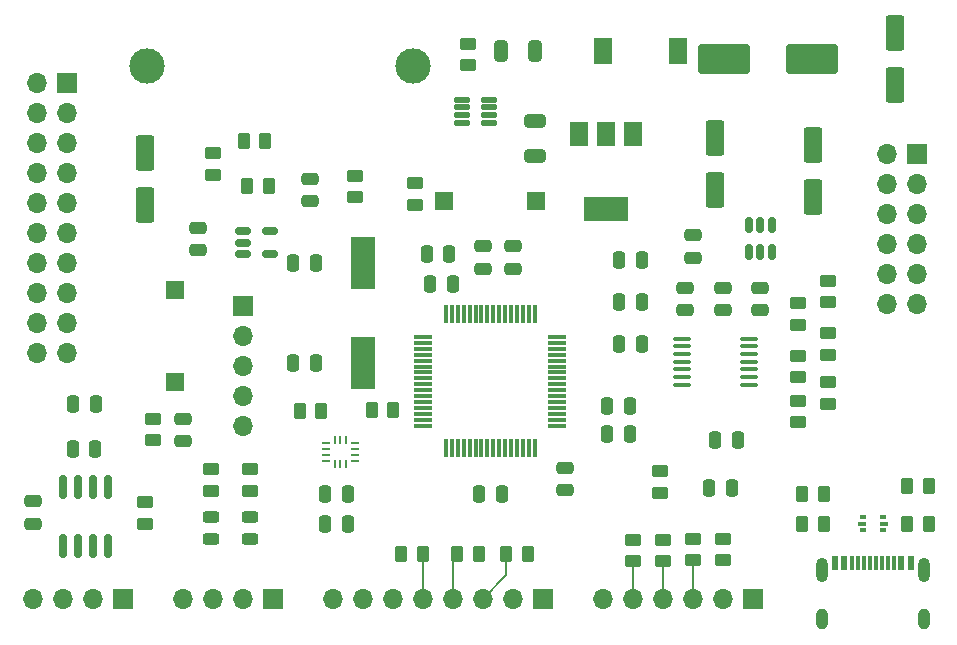
<source format=gbr>
%TF.GenerationSoftware,KiCad,Pcbnew,7.0.5*%
%TF.CreationDate,2023-06-26T01:29:26+02:00*%
%TF.ProjectId,GigaVesc,47696761-5665-4736-932e-6b696361645f,rev?*%
%TF.SameCoordinates,Original*%
%TF.FileFunction,Copper,L1,Top*%
%TF.FilePolarity,Positive*%
%FSLAX46Y46*%
G04 Gerber Fmt 4.6, Leading zero omitted, Abs format (unit mm)*
G04 Created by KiCad (PCBNEW 7.0.5) date 2023-06-26 01:29:26*
%MOMM*%
%LPD*%
G01*
G04 APERTURE LIST*
G04 Aperture macros list*
%AMRoundRect*
0 Rectangle with rounded corners*
0 $1 Rounding radius*
0 $2 $3 $4 $5 $6 $7 $8 $9 X,Y pos of 4 corners*
0 Add a 4 corners polygon primitive as box body*
4,1,4,$2,$3,$4,$5,$6,$7,$8,$9,$2,$3,0*
0 Add four circle primitives for the rounded corners*
1,1,$1+$1,$2,$3*
1,1,$1+$1,$4,$5*
1,1,$1+$1,$6,$7*
1,1,$1+$1,$8,$9*
0 Add four rect primitives between the rounded corners*
20,1,$1+$1,$2,$3,$4,$5,0*
20,1,$1+$1,$4,$5,$6,$7,0*
20,1,$1+$1,$6,$7,$8,$9,0*
20,1,$1+$1,$8,$9,$2,$3,0*%
G04 Aperture macros list end*
%TA.AperFunction,SMDPad,CuDef*%
%ADD10RoundRect,0.250000X0.262500X0.450000X-0.262500X0.450000X-0.262500X-0.450000X0.262500X-0.450000X0*%
%TD*%
%TA.AperFunction,SMDPad,CuDef*%
%ADD11RoundRect,0.250000X-0.450000X0.262500X-0.450000X-0.262500X0.450000X-0.262500X0.450000X0.262500X0*%
%TD*%
%TA.AperFunction,SMDPad,CuDef*%
%ADD12RoundRect,0.150000X-0.150000X0.825000X-0.150000X-0.825000X0.150000X-0.825000X0.150000X0.825000X0*%
%TD*%
%TA.AperFunction,SMDPad,CuDef*%
%ADD13RoundRect,0.150000X0.150000X-0.512500X0.150000X0.512500X-0.150000X0.512500X-0.150000X-0.512500X0*%
%TD*%
%TA.AperFunction,SMDPad,CuDef*%
%ADD14RoundRect,0.250000X0.250000X0.475000X-0.250000X0.475000X-0.250000X-0.475000X0.250000X-0.475000X0*%
%TD*%
%TA.AperFunction,SMDPad,CuDef*%
%ADD15RoundRect,0.250000X-0.250000X-0.475000X0.250000X-0.475000X0.250000X0.475000X-0.250000X0.475000X0*%
%TD*%
%TA.AperFunction,SMDPad,CuDef*%
%ADD16RoundRect,0.250000X-0.475000X0.250000X-0.475000X-0.250000X0.475000X-0.250000X0.475000X0.250000X0*%
%TD*%
%TA.AperFunction,ComponentPad*%
%ADD17R,1.700000X1.700000*%
%TD*%
%TA.AperFunction,ComponentPad*%
%ADD18O,1.700000X1.700000*%
%TD*%
%TA.AperFunction,SMDPad,CuDef*%
%ADD19RoundRect,0.125000X0.537500X0.125000X-0.537500X0.125000X-0.537500X-0.125000X0.537500X-0.125000X0*%
%TD*%
%TA.AperFunction,SMDPad,CuDef*%
%ADD20RoundRect,0.243750X-0.456250X0.243750X-0.456250X-0.243750X0.456250X-0.243750X0.456250X0.243750X0*%
%TD*%
%TA.AperFunction,SMDPad,CuDef*%
%ADD21RoundRect,0.250000X0.550000X-1.250000X0.550000X1.250000X-0.550000X1.250000X-0.550000X-1.250000X0*%
%TD*%
%TA.AperFunction,SMDPad,CuDef*%
%ADD22R,1.500000X2.200000*%
%TD*%
%TA.AperFunction,SMDPad,CuDef*%
%ADD23RoundRect,0.250000X-0.650000X0.325000X-0.650000X-0.325000X0.650000X-0.325000X0.650000X0.325000X0*%
%TD*%
%TA.AperFunction,SMDPad,CuDef*%
%ADD24RoundRect,0.100000X0.637500X0.100000X-0.637500X0.100000X-0.637500X-0.100000X0.637500X-0.100000X0*%
%TD*%
%TA.AperFunction,SMDPad,CuDef*%
%ADD25R,1.500000X2.000000*%
%TD*%
%TA.AperFunction,SMDPad,CuDef*%
%ADD26R,3.800000X2.000000*%
%TD*%
%TA.AperFunction,ComponentPad*%
%ADD27C,3.000000*%
%TD*%
%TA.AperFunction,SMDPad,CuDef*%
%ADD28R,0.675000X0.250000*%
%TD*%
%TA.AperFunction,SMDPad,CuDef*%
%ADD29R,0.250000X0.675000*%
%TD*%
%TA.AperFunction,SMDPad,CuDef*%
%ADD30RoundRect,0.250000X0.475000X-0.250000X0.475000X0.250000X-0.475000X0.250000X-0.475000X-0.250000X0*%
%TD*%
%TA.AperFunction,SMDPad,CuDef*%
%ADD31RoundRect,0.250000X0.450000X-0.262500X0.450000X0.262500X-0.450000X0.262500X-0.450000X-0.262500X0*%
%TD*%
%TA.AperFunction,SMDPad,CuDef*%
%ADD32RoundRect,0.250000X-0.262500X-0.450000X0.262500X-0.450000X0.262500X0.450000X-0.262500X0.450000X0*%
%TD*%
%TA.AperFunction,SMDPad,CuDef*%
%ADD33RoundRect,0.250000X-0.325000X-0.650000X0.325000X-0.650000X0.325000X0.650000X-0.325000X0.650000X0*%
%TD*%
%TA.AperFunction,SMDPad,CuDef*%
%ADD34R,1.500000X1.500000*%
%TD*%
%TA.AperFunction,SMDPad,CuDef*%
%ADD35RoundRect,0.150000X-0.512500X-0.150000X0.512500X-0.150000X0.512500X0.150000X-0.512500X0.150000X0*%
%TD*%
%TA.AperFunction,SMDPad,CuDef*%
%ADD36R,0.600000X1.150000*%
%TD*%
%TA.AperFunction,SMDPad,CuDef*%
%ADD37R,0.300000X1.150000*%
%TD*%
%TA.AperFunction,ComponentPad*%
%ADD38O,1.000000X2.100000*%
%TD*%
%TA.AperFunction,ComponentPad*%
%ADD39O,1.000000X1.800000*%
%TD*%
%TA.AperFunction,SMDPad,CuDef*%
%ADD40RoundRect,0.075000X-0.700000X-0.075000X0.700000X-0.075000X0.700000X0.075000X-0.700000X0.075000X0*%
%TD*%
%TA.AperFunction,SMDPad,CuDef*%
%ADD41RoundRect,0.075000X-0.075000X-0.700000X0.075000X-0.700000X0.075000X0.700000X-0.075000X0.700000X0*%
%TD*%
%TA.AperFunction,SMDPad,CuDef*%
%ADD42RoundRect,0.250000X-1.950000X-1.000000X1.950000X-1.000000X1.950000X1.000000X-1.950000X1.000000X0*%
%TD*%
%TA.AperFunction,SMDPad,CuDef*%
%ADD43R,0.500000X0.375000*%
%TD*%
%TA.AperFunction,SMDPad,CuDef*%
%ADD44R,0.650000X0.300000*%
%TD*%
%TA.AperFunction,SMDPad,CuDef*%
%ADD45R,2.000000X4.500000*%
%TD*%
%TA.AperFunction,Conductor*%
%ADD46C,0.200000*%
%TD*%
G04 APERTURE END LIST*
D10*
%TO.P,R22,1*%
%TO.N,GND*%
X193952500Y-111125000D03*
%TO.P,R22,2*%
%TO.N,Net-(J9-CC1)*%
X192127500Y-111125000D03*
%TD*%
D11*
%TO.P,R21,1*%
%TO.N,Net-(J8-Pin_2)*%
X127635000Y-112475000D03*
%TO.P,R21,2*%
%TO.N,Net-(J8-Pin_3)*%
X127635000Y-114300000D03*
%TD*%
D12*
%TO.P,U6,1,TXD*%
%TO.N,CANTx*%
X124460000Y-111190000D03*
%TO.P,U6,2,GND*%
%TO.N,GND*%
X123190000Y-111190000D03*
%TO.P,U6,3,VCC*%
%TO.N,+5V*%
X121920000Y-111190000D03*
%TO.P,U6,4,RXD*%
%TO.N,CANRx*%
X120650000Y-111190000D03*
%TO.P,U6,5,VIO*%
%TO.N,+3.3V*%
X120650000Y-116140000D03*
%TO.P,U6,6,CANL*%
%TO.N,Net-(J8-Pin_2)*%
X121920000Y-116140000D03*
%TO.P,U6,7,CANH*%
%TO.N,Net-(J8-Pin_3)*%
X123190000Y-116140000D03*
%TO.P,U6,8,S*%
%TO.N,GND*%
X124460000Y-116140000D03*
%TD*%
D10*
%TO.P,R28,1*%
%TO.N,Net-(U10-FB)*%
X137795000Y-81915000D03*
%TO.P,R28,2*%
%TO.N,Net-(R28-Pad2)*%
X135970000Y-81915000D03*
%TD*%
D13*
%TO.P,U5,1,NO*%
%TO.N,+5V*%
X178755000Y-91307500D03*
%TO.P,U5,2,GND*%
%TO.N,GND*%
X179705000Y-91307500D03*
%TO.P,U5,3,NC*%
%TO.N,+3.3V*%
X180655000Y-91307500D03*
%TO.P,U5,4,COM*%
%TO.N,Net-(U5-COM)*%
X180655000Y-89032500D03*
%TO.P,U5,5,V+*%
%TO.N,+5V*%
X179705000Y-89032500D03*
%TO.P,U5,6,IN*%
%TO.N,SENSOR_VOLTAGE_SELECT*%
X178755000Y-89032500D03*
%TD*%
D11*
%TO.P,R20,1*%
%TO.N,HALL3_IN*%
X168910000Y-115650000D03*
%TO.P,R20,2*%
%TO.N,Net-(J5-Pin_5)*%
X168910000Y-117475000D03*
%TD*%
D14*
%TO.P,C2,1*%
%TO.N,Net-(U1-PH0)*%
X142047000Y-92202000D03*
%TO.P,C2,2*%
%TO.N,GND*%
X140147000Y-92202000D03*
%TD*%
D15*
%TO.P,C6,1*%
%TO.N,+3.3V*%
X151450000Y-91440000D03*
%TO.P,C6,2*%
%TO.N,Net-(U1-VBAT)*%
X153350000Y-91440000D03*
%TD*%
D16*
%TO.P,C1,1*%
%TO.N,NRST*%
X130810000Y-105415000D03*
%TO.P,C1,2*%
%TO.N,GND*%
X130810000Y-107315000D03*
%TD*%
D17*
%TO.P,J7,1,Pin_1*%
%TO.N,+3.3V*%
X135890000Y-95890000D03*
D18*
%TO.P,J7,2,Pin_2*%
%TO.N,NRST*%
X135890000Y-98430000D03*
%TO.P,J7,3,Pin_3*%
%TO.N,SWCLK*%
X135890000Y-100970000D03*
%TO.P,J7,4,Pin_4*%
%TO.N,SWDIO*%
X135890000Y-103510000D03*
%TO.P,J7,5,Pin_5*%
%TO.N,GND*%
X135890000Y-106050000D03*
%TD*%
D14*
%TO.P,C8,1*%
%TO.N,+3.3V*%
X168656000Y-106680000D03*
%TO.P,C8,2*%
%TO.N,Net-(U1-VBAT)*%
X166756000Y-106680000D03*
%TD*%
D19*
%TO.P,U10,1,AMM*%
%TO.N,Net-(U10-AMM)*%
X156712500Y-80350000D03*
%TO.P,U10,2,VIN*%
%TO.N,Net-(U10-VIN)*%
X156712500Y-79700000D03*
%TO.P,U10,3,SW*%
%TO.N,Net-(U10-SW)*%
X156712500Y-79050000D03*
%TO.P,U10,4,GND*%
%TO.N,GND*%
X156712500Y-78400000D03*
%TO.P,U10,5,BOOT*%
%TO.N,Net-(U10-BOOT)*%
X154437500Y-78400000D03*
%TO.P,U10,6,EN*%
%TO.N,Net-(U10-EN)*%
X154437500Y-79050000D03*
%TO.P,U10,7,VCC*%
%TO.N,Net-(U10-VCC)*%
X154437500Y-79700000D03*
%TO.P,U10,8,FB*%
%TO.N,Net-(U10-FB)*%
X154437500Y-80350000D03*
%TD*%
D20*
%TO.P,D1,1,K*%
%TO.N,Net-(D1-K)*%
X136525000Y-113695000D03*
%TO.P,D1,2,A*%
%TO.N,LED_RUN*%
X136525000Y-115570000D03*
%TD*%
D21*
%TO.P,C33,1*%
%TO.N,+3.3V*%
X184150000Y-86655000D03*
%TO.P,C33,2*%
%TO.N,GND*%
X184150000Y-82255000D03*
%TD*%
D15*
%TO.P,C7,1*%
%TO.N,Net-(U1-VCAP_2)*%
X167772000Y-99060000D03*
%TO.P,C7,2*%
%TO.N,GND*%
X169672000Y-99060000D03*
%TD*%
D16*
%TO.P,C13,1*%
%TO.N,+3.3V*%
X156210000Y-90810000D03*
%TO.P,C13,2*%
%TO.N,Net-(U1-VBAT)*%
X156210000Y-92710000D03*
%TD*%
D22*
%TO.P,L1,1,1*%
%TO.N,Net-(U10-SW)*%
X166345000Y-74295000D03*
%TO.P,L1,2,2*%
%TO.N,+5V*%
X172745000Y-74295000D03*
%TD*%
D23*
%TO.P,C35,1*%
%TO.N,Net-(U10-VCC)*%
X160655000Y-80235000D03*
%TO.P,C35,2*%
%TO.N,GND*%
X160655000Y-83185000D03*
%TD*%
D10*
%TO.P,R14,1*%
%TO.N,GND*%
X155852500Y-116840000D03*
%TO.P,R14,2*%
%TO.N,SCK_ADC_EXT*%
X154027500Y-116840000D03*
%TD*%
D24*
%TO.P,U4,1,1OEn*%
%TO.N,HALL_FILTER_ENABLE*%
X178757500Y-102534000D03*
%TO.P,U4,2,1A*%
%TO.N,HALL1*%
X178757500Y-101884000D03*
%TO.P,U4,3,1B*%
%TO.N,Net-(U4-1B)*%
X178757500Y-101234000D03*
%TO.P,U4,4,2OEn*%
%TO.N,HALL_FILTER_ENABLE*%
X178757500Y-100584000D03*
%TO.P,U4,5,2A*%
%TO.N,HALL2*%
X178757500Y-99934000D03*
%TO.P,U4,6,2B*%
%TO.N,Net-(U4-2B)*%
X178757500Y-99284000D03*
%TO.P,U4,7,GND*%
%TO.N,GND*%
X178757500Y-98634000D03*
%TO.P,U4,8,3B*%
%TO.N,Net-(U4-3B)*%
X173032500Y-98634000D03*
%TO.P,U4,9,3A*%
%TO.N,HALL3*%
X173032500Y-99284000D03*
%TO.P,U4,10,3OEn*%
%TO.N,HALL_FILTER_ENABLE*%
X173032500Y-99934000D03*
%TO.P,U4,11,4B*%
%TO.N,GND*%
X173032500Y-100584000D03*
%TO.P,U4,12,4A*%
X173032500Y-101234000D03*
%TO.P,U4,13,4OEn*%
X173032500Y-101884000D03*
%TO.P,U4,14,VCC*%
%TO.N,+3.3V*%
X173032500Y-102534000D03*
%TD*%
D25*
%TO.P,U9,1,GND*%
%TO.N,GND*%
X168924000Y-81305000D03*
%TO.P,U9,2,VO*%
%TO.N,+3.3V*%
X166624000Y-81305000D03*
D26*
X166624000Y-87605000D03*
D25*
%TO.P,U9,3,VI*%
%TO.N,+5V*%
X164324000Y-81305000D03*
%TD*%
D27*
%TO.P,F1,1*%
%TO.N,+15V*%
X127815000Y-75565000D03*
%TO.P,F1,2*%
%TO.N,Net-(U10-VIN)*%
X150315000Y-75565000D03*
%TD*%
D21*
%TO.P,C32,1*%
%TO.N,+5V*%
X191135000Y-77130000D03*
%TO.P,C32,2*%
%TO.N,GND*%
X191135000Y-72730000D03*
%TD*%
%TO.P,C30,1*%
%TO.N,+5V*%
X175895000Y-86020000D03*
%TO.P,C30,2*%
%TO.N,GND*%
X175895000Y-81620000D03*
%TD*%
%TO.P,C28,1*%
%TO.N,Net-(U10-VIN)*%
X127635000Y-87290000D03*
%TO.P,C28,2*%
%TO.N,GND*%
X127635000Y-82890000D03*
%TD*%
D28*
%TO.P,U3,1,SDO*%
%TO.N,GND*%
X142890000Y-107450000D03*
%TO.P,U3,2,ASDx*%
%TO.N,unconnected-(U3-ASDx-Pad2)*%
X142890000Y-107950000D03*
%TO.P,U3,3,ASCx*%
%TO.N,unconnected-(U3-ASCx-Pad3)*%
X142890000Y-108450000D03*
%TO.P,U3,4,INT1*%
%TO.N,unconnected-(U3-INT1-Pad4)*%
X142890000Y-108950000D03*
D29*
%TO.P,U3,5,VDDIO*%
%TO.N,+3.3V*%
X143652500Y-109212500D03*
%TO.P,U3,6,GNDIO*%
%TO.N,GND*%
X144152500Y-109212500D03*
%TO.P,U3,7,GND*%
X144652500Y-109212500D03*
D28*
%TO.P,U3,8,VDD*%
%TO.N,+3.3V*%
X145415000Y-108950000D03*
%TO.P,U3,9,INT2*%
%TO.N,unconnected-(U3-INT2-Pad9)*%
X145415000Y-108450000D03*
%TO.P,U3,10,OCSB*%
%TO.N,unconnected-(U3-OCSB-Pad10)*%
X145415000Y-107950000D03*
%TO.P,U3,11,OSDO*%
%TO.N,unconnected-(U3-OSDO-Pad11)*%
X145415000Y-107450000D03*
D29*
%TO.P,U3,12,CSB*%
%TO.N,+3.3V*%
X144652500Y-107187500D03*
%TO.P,U3,13,SCx*%
%TO.N,IMU_SCL*%
X144152500Y-107187500D03*
%TO.P,U3,14,SDx*%
%TO.N,IMU_SDA*%
X143652500Y-107187500D03*
%TD*%
D30*
%TO.P,C19,1*%
%TO.N,Net-(U4-2B)*%
X176530000Y-96200000D03*
%TO.P,C19,2*%
%TO.N,GND*%
X176530000Y-94300000D03*
%TD*%
D15*
%TO.P,C25,1*%
%TO.N,TEMPMOTOR*%
X175392000Y-111252000D03*
%TO.P,C25,2*%
%TO.N,GND*%
X177292000Y-111252000D03*
%TD*%
D16*
%TO.P,C12,1*%
%TO.N,+3.3V*%
X158750000Y-90810000D03*
%TO.P,C12,2*%
%TO.N,Net-(U1-VBAT)*%
X158750000Y-92710000D03*
%TD*%
D31*
%TO.P,R7,1*%
%TO.N,HALL3*%
X182880000Y-97432500D03*
%TO.P,R7,2*%
%TO.N,HALL3_IN*%
X182880000Y-95607500D03*
%TD*%
D14*
%TO.P,C11,1*%
%TO.N,+3.3V*%
X169672000Y-95504000D03*
%TO.P,C11,2*%
%TO.N,Net-(U1-VBAT)*%
X167772000Y-95504000D03*
%TD*%
%TO.P,C10,1*%
%TO.N,+3.3V*%
X169672000Y-91948000D03*
%TO.P,C10,2*%
%TO.N,Net-(U1-VBAT)*%
X167772000Y-91948000D03*
%TD*%
D31*
%TO.P,R2,1*%
%TO.N,BOOT*%
X150495000Y-87272500D03*
%TO.P,R2,2*%
%TO.N,GND*%
X150495000Y-85447500D03*
%TD*%
D14*
%TO.P,C9,1*%
%TO.N,+3.3V*%
X168656000Y-104305000D03*
%TO.P,C9,2*%
%TO.N,Net-(U1-VBAT)*%
X166756000Y-104305000D03*
%TD*%
D11*
%TO.P,R30,1*%
%TO.N,Net-(R28-Pad2)*%
X133350000Y-82907500D03*
%TO.P,R30,2*%
%TO.N,+5V*%
X133350000Y-84732500D03*
%TD*%
D32*
%TO.P,R29,1*%
%TO.N,Net-(R28-Pad2)*%
X136247500Y-85725000D03*
%TO.P,R29,2*%
%TO.N,GND*%
X138072500Y-85725000D03*
%TD*%
D10*
%TO.P,R25,1*%
%TO.N,Net-(R25-Pad1)*%
X185062500Y-114300000D03*
%TO.P,R25,2*%
%TO.N,USBD-*%
X183237500Y-114300000D03*
%TD*%
D11*
%TO.P,R19,1*%
%TO.N,HALL2_IN*%
X171450000Y-115650000D03*
%TO.P,R19,2*%
%TO.N,Net-(J5-Pin_4)*%
X171450000Y-117475000D03*
%TD*%
D10*
%TO.P,R5,1*%
%TO.N,+3.3V*%
X142541000Y-104775000D03*
%TO.P,R5,2*%
%TO.N,IMU_SDA*%
X140716000Y-104775000D03*
%TD*%
D16*
%TO.P,C22,1*%
%TO.N,+5V*%
X173990000Y-89855000D03*
%TO.P,C22,2*%
%TO.N,GND*%
X173990000Y-91755000D03*
%TD*%
D32*
%TO.P,R24,1*%
%TO.N,Net-(R24-Pad1)*%
X183237500Y-111760000D03*
%TO.P,R24,2*%
%TO.N,USBD+*%
X185062500Y-111760000D03*
%TD*%
D11*
%TO.P,R16,1*%
%TO.N,+3.3V*%
X171196000Y-109855000D03*
%TO.P,R16,2*%
%TO.N,TEMPMOTOR_IN*%
X171196000Y-111680000D03*
%TD*%
D15*
%TO.P,C5,1*%
%TO.N,+3.3V*%
X151770000Y-93980000D03*
%TO.P,C5,2*%
%TO.N,Net-(U1-VBAT)*%
X153670000Y-93980000D03*
%TD*%
D31*
%TO.P,R4,1*%
%TO.N,Net-(D2-K)*%
X133223000Y-111481000D03*
%TO.P,R4,2*%
%TO.N,GND*%
X133223000Y-109656000D03*
%TD*%
D15*
%TO.P,C3,1*%
%TO.N,GND*%
X140147000Y-100711000D03*
%TO.P,C3,2*%
%TO.N,Net-(U1-PH1)*%
X142047000Y-100711000D03*
%TD*%
D11*
%TO.P,R10,1*%
%TO.N,Net-(U5-COM)*%
X185420000Y-93702500D03*
%TO.P,R10,2*%
%TO.N,HALL3_IN*%
X185420000Y-95527500D03*
%TD*%
D33*
%TO.P,C29,1*%
%TO.N,Net-(U10-BOOT)*%
X157705000Y-74295000D03*
%TO.P,C29,2*%
%TO.N,Net-(U10-SW)*%
X160655000Y-74295000D03*
%TD*%
D15*
%TO.P,C27,1*%
%TO.N,+5V*%
X121478000Y-107950000D03*
%TO.P,C27,2*%
%TO.N,GND*%
X123378000Y-107950000D03*
%TD*%
D30*
%TO.P,C14,1*%
%TO.N,+5V*%
X132080000Y-91120000D03*
%TO.P,C14,2*%
%TO.N,GND*%
X132080000Y-89220000D03*
%TD*%
D34*
%TO.P,SW1,1,1*%
%TO.N,+3.3V*%
X160745000Y-86995000D03*
%TO.P,SW1,2,2*%
%TO.N,BOOT*%
X152945000Y-86995000D03*
%TD*%
D35*
%TO.P,U2,1,VBIAS*%
%TO.N,VBIAS*%
X135890000Y-89535000D03*
%TO.P,U2,2,GND*%
%TO.N,GND*%
X135890000Y-90485000D03*
%TO.P,U2,3,EN*%
%TO.N,+5V*%
X135890000Y-91435000D03*
%TO.P,U2,4,VIN*%
X138165000Y-91435000D03*
%TO.P,U2,5,VREF*%
%TO.N,VREF*%
X138165000Y-89535000D03*
%TD*%
D15*
%TO.P,C17,1*%
%TO.N,+3.3V*%
X142880000Y-114300000D03*
%TO.P,C17,2*%
%TO.N,GND*%
X144780000Y-114300000D03*
%TD*%
D31*
%TO.P,R3,1*%
%TO.N,Net-(D1-K)*%
X136525000Y-111504500D03*
%TO.P,R3,2*%
%TO.N,GND*%
X136525000Y-109679500D03*
%TD*%
D36*
%TO.P,J9,A1,GND*%
%TO.N,GND*%
X186030000Y-117605000D03*
%TO.P,J9,A4,VBUS*%
%TO.N,Net-(U7-VBUS)*%
X186830000Y-117605000D03*
D37*
%TO.P,J9,A5,CC1*%
%TO.N,Net-(J9-CC1)*%
X187980000Y-117605000D03*
%TO.P,J9,A6,D+*%
%TO.N,Net-(J9-D+-PadA6)*%
X188980000Y-117605000D03*
%TO.P,J9,A7,D-*%
%TO.N,Net-(J9-D--PadA7)*%
X189480000Y-117605000D03*
%TO.P,J9,A8,SBU1*%
%TO.N,unconnected-(J9-SBU1-PadA8)*%
X190480000Y-117605000D03*
D36*
%TO.P,J9,A9,VBUS*%
%TO.N,Net-(U7-VBUS)*%
X191630000Y-117605000D03*
%TO.P,J9,A12,GND*%
%TO.N,GND*%
X192430000Y-117605000D03*
%TO.P,J9,B1,GND*%
X192430000Y-117605000D03*
%TO.P,J9,B4,VBUS*%
%TO.N,Net-(U7-VBUS)*%
X191630000Y-117605000D03*
D37*
%TO.P,J9,B5,CC2*%
%TO.N,Net-(J9-CC2)*%
X190980000Y-117605000D03*
%TO.P,J9,B6,D+*%
%TO.N,Net-(J9-D+-PadA6)*%
X189980000Y-117605000D03*
%TO.P,J9,B7,D-*%
%TO.N,Net-(J9-D--PadA7)*%
X188480000Y-117605000D03*
%TO.P,J9,B8,SBU2*%
%TO.N,unconnected-(J9-SBU2-PadB8)*%
X187480000Y-117605000D03*
D36*
%TO.P,J9,B9,VBUS*%
%TO.N,Net-(U7-VBUS)*%
X186830000Y-117605000D03*
%TO.P,J9,B12,GND*%
%TO.N,GND*%
X186030000Y-117605000D03*
D38*
%TO.P,J9,S1,SHIELD*%
X184910000Y-118180000D03*
D39*
X184910000Y-122360000D03*
D38*
X193550000Y-118180000D03*
D39*
X193550000Y-122360000D03*
%TD*%
D17*
%TO.P,J3,1,Pin_1*%
%TO.N,+3.3V*%
X138420000Y-120650000D03*
D18*
%TO.P,J3,2,Pin_2*%
%TO.N,TX_EXT2*%
X135880000Y-120650000D03*
%TO.P,J3,3,Pin_3*%
%TO.N,RX_EXT2*%
X133340000Y-120650000D03*
%TO.P,J3,4,Pin_4*%
%TO.N,GND*%
X130800000Y-120650000D03*
%TD*%
D32*
%TO.P,R13,1*%
%TO.N,Net-(J1-Pin_3)*%
X158195000Y-116840000D03*
%TO.P,R13,2*%
%TO.N,SERVO*%
X160020000Y-116840000D03*
%TD*%
D11*
%TO.P,R18,1*%
%TO.N,HALL1_IN*%
X173990000Y-115570000D03*
%TO.P,R18,2*%
%TO.N,Net-(J5-Pin_3)*%
X173990000Y-117395000D03*
%TD*%
D30*
%TO.P,C15,1*%
%TO.N,VREF*%
X141605000Y-86995000D03*
%TO.P,C15,2*%
%TO.N,GND*%
X141605000Y-85095000D03*
%TD*%
D31*
%TO.P,R9,1*%
%TO.N,HALL1*%
X182880000Y-105687500D03*
%TO.P,R9,2*%
%TO.N,HALL1_IN*%
X182880000Y-103862500D03*
%TD*%
D15*
%TO.P,C16,1*%
%TO.N,+3.3V*%
X142880000Y-111760000D03*
%TO.P,C16,2*%
%TO.N,GND*%
X144780000Y-111760000D03*
%TD*%
D31*
%TO.P,R27,1*%
%TO.N,Net-(U10-VIN)*%
X154940000Y-75485000D03*
%TO.P,R27,2*%
%TO.N,Net-(U10-EN)*%
X154940000Y-73660000D03*
%TD*%
D40*
%TO.P,U1,1,VBAT*%
%TO.N,Net-(U1-VBAT)*%
X151170000Y-98485000D03*
%TO.P,U1,2,PC13*%
%TO.N,P_FILTER2*%
X151170000Y-98985000D03*
%TO.P,U1,3,PC14*%
%TO.N,P_FILTER3*%
X151170000Y-99485000D03*
%TO.P,U1,4,PC15*%
%TO.N,CLEAR_HW_FAULT*%
X151170000Y-99985000D03*
%TO.P,U1,5,PH0*%
%TO.N,Net-(U1-PH0)*%
X151170000Y-100485000D03*
%TO.P,U1,6,PH1*%
%TO.N,Net-(U1-PH1)*%
X151170000Y-100985000D03*
%TO.P,U1,7,NRST*%
%TO.N,NRST*%
X151170000Y-101485000D03*
%TO.P,U1,8,PC0*%
%TO.N,CUR1*%
X151170000Y-101985000D03*
%TO.P,U1,9,PC1*%
%TO.N,CUR2*%
X151170000Y-102485000D03*
%TO.P,U1,10,PC2*%
%TO.N,CUR3*%
X151170000Y-102985000D03*
%TO.P,U1,11,PC3*%
%TO.N,IN_V*%
X151170000Y-103485000D03*
%TO.P,U1,12,VSSA*%
%TO.N,GND*%
X151170000Y-103985000D03*
%TO.P,U1,13,VDDA*%
%TO.N,VREF*%
X151170000Y-104485000D03*
%TO.P,U1,14,PA0*%
%TO.N,VSENSE3*%
X151170000Y-104985000D03*
%TO.P,U1,15,PA1*%
%TO.N,VSENSE2*%
X151170000Y-105485000D03*
%TO.P,U1,16,PA2*%
%TO.N,VSENSE1*%
X151170000Y-105985000D03*
D41*
%TO.P,U1,17,PA3*%
%TO.N,MOSTEMP1*%
X153095000Y-107910000D03*
%TO.P,U1,18,VSS*%
%TO.N,GND*%
X153595000Y-107910000D03*
%TO.P,U1,19,VDD*%
%TO.N,Net-(U1-VBAT)*%
X154095000Y-107910000D03*
%TO.P,U1,20,PA4*%
%TO.N,CURR_TRIP_HIGH*%
X154595000Y-107910000D03*
%TO.P,U1,21,PA5*%
%TO.N,CURR_TRIP_LOW*%
X155095000Y-107910000D03*
%TO.P,U1,22,PA6*%
%TO.N,MISO_ADC_EXT2*%
X155595000Y-107910000D03*
%TO.P,U1,23,PA7*%
%TO.N,TX_SCL_MOSI*%
X156095000Y-107910000D03*
%TO.P,U1,24,PC4*%
%TO.N,TEMPMOTOR*%
X156595000Y-107910000D03*
%TO.P,U1,25,PC5*%
%TO.N,SCK_ADC_EXT*%
X157095000Y-107910000D03*
%TO.P,U1,26,PB0*%
%TO.N,MOSTEMP2*%
X157595000Y-107910000D03*
%TO.P,U1,27,PB1*%
%TO.N,MOSTEMP3*%
X158095000Y-107910000D03*
%TO.P,U1,28,PB2*%
%TO.N,LED_RUN*%
X158595000Y-107910000D03*
%TO.P,U1,29,PB10*%
%TO.N,IMU_SCL*%
X159095000Y-107910000D03*
%TO.P,U1,30,PB11*%
%TO.N,IMU_SDA*%
X159595000Y-107910000D03*
%TO.P,U1,31,VCAP_1*%
%TO.N,Net-(U1-VCAP_1)*%
X160095000Y-107910000D03*
%TO.P,U1,32,VDD*%
%TO.N,Net-(U1-VBAT)*%
X160595000Y-107910000D03*
D40*
%TO.P,U1,33,PB12*%
%TO.N,POWER_STAGE_LOCKOUT*%
X162520000Y-105985000D03*
%TO.P,U1,34,PB13*%
%TO.N,L3*%
X162520000Y-105485000D03*
%TO.P,U1,35,PB14*%
%TO.N,L2*%
X162520000Y-104985000D03*
%TO.P,U1,36,PB15*%
%TO.N,L1*%
X162520000Y-104485000D03*
%TO.P,U1,37,PC6*%
%TO.N,HALL1*%
X162520000Y-103985000D03*
%TO.P,U1,38,PC7*%
%TO.N,HALL2*%
X162520000Y-103485000D03*
%TO.P,U1,39,PC8*%
%TO.N,HALL3*%
X162520000Y-102985000D03*
%TO.P,U1,40,PC9*%
%TO.N,P_FILTER1*%
X162520000Y-102485000D03*
%TO.P,U1,41,PA8*%
%TO.N,H3*%
X162520000Y-101985000D03*
%TO.P,U1,42,PA9*%
%TO.N,H2*%
X162520000Y-101485000D03*
%TO.P,U1,43,PA10*%
%TO.N,H1*%
X162520000Y-100985000D03*
%TO.P,U1,44,PA11*%
%TO.N,USBD-*%
X162520000Y-100485000D03*
%TO.P,U1,45,PA12*%
%TO.N,USBD+*%
X162520000Y-99985000D03*
%TO.P,U1,46,PA13*%
%TO.N,SWDIO*%
X162520000Y-99485000D03*
%TO.P,U1,47,VCAP_2*%
%TO.N,Net-(U1-VCAP_2)*%
X162520000Y-98985000D03*
%TO.P,U1,48,VDD*%
%TO.N,Net-(U1-VBAT)*%
X162520000Y-98485000D03*
D41*
%TO.P,U1,49,PA14*%
%TO.N,SWCLK*%
X160595000Y-96560000D03*
%TO.P,U1,50,PA15*%
%TO.N,RX_SDA_NSS*%
X160095000Y-96560000D03*
%TO.P,U1,51,PC10*%
%TO.N,TX_EXT2*%
X159595000Y-96560000D03*
%TO.P,U1,52,PC11*%
%TO.N,RX_EXT2*%
X159095000Y-96560000D03*
%TO.P,U1,53,PC12*%
%TO.N,unconnected-(U1-PC12-Pad53)*%
X158595000Y-96560000D03*
%TO.P,U1,54,PD2*%
%TO.N,LED_FAULT*%
X158095000Y-96560000D03*
%TO.P,U1,55,PB3*%
%TO.N,SCK_ADC_EXT*%
X157595000Y-96560000D03*
%TO.P,U1,56,PB4*%
%TO.N,SENSOR_VOLTAGE_SELECT*%
X157095000Y-96560000D03*
%TO.P,U1,57,PB5*%
%TO.N,POWER_STAGE_DISABLE*%
X156595000Y-96560000D03*
%TO.P,U1,58,PB6*%
%TO.N,SERVO*%
X156095000Y-96560000D03*
%TO.P,U1,59,PB7*%
%TO.N,HALL_FILTER_ENABLE*%
X155595000Y-96560000D03*
%TO.P,U1,60,BOOT0*%
%TO.N,BOOT*%
X155095000Y-96560000D03*
%TO.P,U1,61,PB8*%
%TO.N,CANRx*%
X154595000Y-96560000D03*
%TO.P,U1,62,PB9*%
%TO.N,CANTx*%
X154095000Y-96560000D03*
%TO.P,U1,63,VSS*%
%TO.N,GND*%
X153595000Y-96560000D03*
%TO.P,U1,64,VDD*%
%TO.N,Net-(U1-VBAT)*%
X153095000Y-96560000D03*
%TD*%
D42*
%TO.P,C34,1*%
%TO.N,+3.3V*%
X176640000Y-74930000D03*
%TO.P,C34,2*%
%TO.N,GND*%
X184040000Y-74930000D03*
%TD*%
D16*
%TO.P,C4,1*%
%TO.N,Net-(U1-VCAP_1)*%
X163195000Y-109540000D03*
%TO.P,C4,2*%
%TO.N,GND*%
X163195000Y-111440000D03*
%TD*%
D17*
%TO.P,J1,1,Pin_1*%
%TO.N,+5V*%
X161275000Y-120650000D03*
D18*
%TO.P,J1,2,Pin_2*%
%TO.N,+3.3V*%
X158735000Y-120650000D03*
%TO.P,J1,3,Pin_3*%
%TO.N,Net-(J1-Pin_3)*%
X156195000Y-120650000D03*
%TO.P,J1,4,Pin_4*%
%TO.N,SCK_ADC_EXT*%
X153655000Y-120650000D03*
%TO.P,J1,5,Pin_5*%
%TO.N,MISO_ADC_EXT2*%
X151115000Y-120650000D03*
%TO.P,J1,6,Pin_6*%
%TO.N,TX_SCL_MOSI*%
X148575000Y-120650000D03*
%TO.P,J1,7,Pin_7*%
%TO.N,RX_SDA_NSS*%
X146035000Y-120650000D03*
%TO.P,J1,8,Pin_8*%
%TO.N,GND*%
X143495000Y-120650000D03*
%TD*%
D34*
%TO.P,SW2,1,1*%
%TO.N,NRST*%
X130175000Y-102325000D03*
%TO.P,SW2,2,2*%
%TO.N,GND*%
X130175000Y-94525000D03*
%TD*%
D14*
%TO.P,C23,1*%
%TO.N,SERVO*%
X157795000Y-111760000D03*
%TO.P,C23,2*%
%TO.N,GND*%
X155895000Y-111760000D03*
%TD*%
D32*
%TO.P,R15,1*%
%TO.N,GND*%
X149305000Y-116840000D03*
%TO.P,R15,2*%
%TO.N,MISO_ADC_EXT2*%
X151130000Y-116840000D03*
%TD*%
D15*
%TO.P,C21,1*%
%TO.N,+3.3V*%
X175900000Y-107188000D03*
%TO.P,C21,2*%
%TO.N,GND*%
X177800000Y-107188000D03*
%TD*%
D17*
%TO.P,J5,1,Pin_1*%
%TO.N,+5V*%
X179070000Y-120650000D03*
D18*
%TO.P,J5,2,Pin_2*%
%TO.N,TEMPMOTOR_IN*%
X176530000Y-120650000D03*
%TO.P,J5,3,Pin_3*%
%TO.N,Net-(J5-Pin_3)*%
X173990000Y-120650000D03*
%TO.P,J5,4,Pin_4*%
%TO.N,Net-(J5-Pin_4)*%
X171450000Y-120650000D03*
%TO.P,J5,5,Pin_5*%
%TO.N,Net-(J5-Pin_5)*%
X168910000Y-120650000D03*
%TO.P,J5,6,Pin_6*%
%TO.N,GND*%
X166370000Y-120650000D03*
%TD*%
D11*
%TO.P,R11,1*%
%TO.N,Net-(U5-COM)*%
X185420000Y-98147500D03*
%TO.P,R11,2*%
%TO.N,HALL2_IN*%
X185420000Y-99972500D03*
%TD*%
D10*
%TO.P,R6,1*%
%TO.N,+3.3V*%
X148637000Y-104648000D03*
%TO.P,R6,2*%
%TO.N,IMU_SCL*%
X146812000Y-104648000D03*
%TD*%
D17*
%TO.P,J8,1,Pin_1*%
%TO.N,GND*%
X125730000Y-120650000D03*
D18*
%TO.P,J8,2,Pin_2*%
%TO.N,Net-(J8-Pin_2)*%
X123190000Y-120650000D03*
%TO.P,J8,3,Pin_3*%
%TO.N,Net-(J8-Pin_3)*%
X120650000Y-120650000D03*
%TO.P,J8,4,Pin_4*%
%TO.N,+5V*%
X118110000Y-120650000D03*
%TD*%
D15*
%TO.P,C26,1*%
%TO.N,+5V*%
X121544000Y-104140000D03*
%TO.P,C26,2*%
%TO.N,GND*%
X123444000Y-104140000D03*
%TD*%
D11*
%TO.P,R26,1*%
%TO.N,Net-(U10-AMM)*%
X145415000Y-84812500D03*
%TO.P,R26,2*%
%TO.N,GND*%
X145415000Y-86637500D03*
%TD*%
D31*
%TO.P,R1,1*%
%TO.N,+3.3V*%
X128270000Y-107235000D03*
%TO.P,R1,2*%
%TO.N,NRST*%
X128270000Y-105410000D03*
%TD*%
D43*
%TO.P,U7,1,I/O1*%
%TO.N,Net-(R24-Pad1)*%
X188380000Y-113762500D03*
D44*
%TO.P,U7,2,GND*%
%TO.N,GND*%
X188305000Y-114300000D03*
D43*
%TO.P,U7,3,I/O2*%
%TO.N,Net-(R25-Pad1)*%
X188380000Y-114837500D03*
%TO.P,U7,4,I/O2*%
%TO.N,Net-(J9-D--PadA7)*%
X190080000Y-114837500D03*
D44*
%TO.P,U7,5,VBUS*%
%TO.N,Net-(U7-VBUS)*%
X190155000Y-114300000D03*
D43*
%TO.P,U7,6,I/O1*%
%TO.N,Net-(J9-D+-PadA6)*%
X190080000Y-113762500D03*
%TD*%
D11*
%TO.P,R12,1*%
%TO.N,Net-(U5-COM)*%
X185420000Y-102315000D03*
%TO.P,R12,2*%
%TO.N,HALL1_IN*%
X185420000Y-104140000D03*
%TD*%
D20*
%TO.P,D2,1,K*%
%TO.N,Net-(D2-K)*%
X133223000Y-113695000D03*
%TO.P,D2,2,A*%
%TO.N,LED_FAULT*%
X133223000Y-115570000D03*
%TD*%
D45*
%TO.P,Y1,1,1*%
%TO.N,Net-(U1-PH1)*%
X146050000Y-100702000D03*
%TO.P,Y1,2,2*%
%TO.N,Net-(U1-PH0)*%
X146050000Y-92202000D03*
%TD*%
D30*
%TO.P,C24,1*%
%TO.N,+3.3V*%
X118110000Y-114295000D03*
%TO.P,C24,2*%
%TO.N,GND*%
X118110000Y-112395000D03*
%TD*%
%TO.P,C18,1*%
%TO.N,Net-(U4-1B)*%
X179705000Y-96200000D03*
%TO.P,C18,2*%
%TO.N,GND*%
X179705000Y-94300000D03*
%TD*%
D31*
%TO.P,R8,1*%
%TO.N,HALL2*%
X182880000Y-101877500D03*
%TO.P,R8,2*%
%TO.N,HALL2_IN*%
X182880000Y-100052500D03*
%TD*%
%TO.P,R17,1*%
%TO.N,TEMPMOTOR_IN*%
X176530000Y-117395000D03*
%TO.P,R17,2*%
%TO.N,TEMPMOTOR*%
X176530000Y-115570000D03*
%TD*%
D30*
%TO.P,C20,1*%
%TO.N,Net-(U4-3B)*%
X173355000Y-96200000D03*
%TO.P,C20,2*%
%TO.N,GND*%
X173355000Y-94300000D03*
%TD*%
D10*
%TO.P,R23,1*%
%TO.N,GND*%
X193952500Y-114300000D03*
%TO.P,R23,2*%
%TO.N,Net-(J9-CC2)*%
X192127500Y-114300000D03*
%TD*%
D17*
%TO.P,J6,1,Pin_1*%
%TO.N,+15V*%
X121000000Y-77000000D03*
D18*
%TO.P,J6,2,Pin_2*%
%TO.N,VSENSE1*%
X118460000Y-77000000D03*
%TO.P,J6,3,Pin_3*%
%TO.N,VSENSE2*%
X121000000Y-79540000D03*
%TO.P,J6,4,Pin_4*%
%TO.N,VSENSE3*%
X118460000Y-79540000D03*
%TO.P,J6,5,Pin_5*%
%TO.N,L1*%
X121000000Y-82080000D03*
%TO.P,J6,6,Pin_6*%
%TO.N,L2*%
X118460000Y-82080000D03*
%TO.P,J6,7,Pin_7*%
%TO.N,L3*%
X121000000Y-84620000D03*
%TO.P,J6,8,Pin_8*%
%TO.N,H1*%
X118460000Y-84620000D03*
%TO.P,J6,9,Pin_9*%
%TO.N,H2*%
X121000000Y-87160000D03*
%TO.P,J6,10,Pin_10*%
%TO.N,H3*%
X118460000Y-87160000D03*
%TO.P,J6,11,Pin_11*%
%TO.N,GND*%
X121000000Y-89700000D03*
%TO.P,J6,12,Pin_12*%
%TO.N,CURR_TRIP_LOW*%
X118460000Y-89700000D03*
%TO.P,J6,13,Pin_13*%
%TO.N,CURR_TRIP_HIGH*%
X121000000Y-92240000D03*
%TO.P,J6,14,Pin_14*%
%TO.N,MOSTEMP3*%
X118460000Y-92240000D03*
%TO.P,J6,15,Pin_15*%
%TO.N,MOSTEMP2*%
X121000000Y-94780000D03*
%TO.P,J6,16,Pin_16*%
%TO.N,MOSTEMP1*%
X118460000Y-94780000D03*
%TO.P,J6,17,Pin_17*%
%TO.N,CUR3*%
X121000000Y-97320000D03*
%TO.P,J6,18,Pin_18*%
%TO.N,CUR2*%
X118460000Y-97320000D03*
%TO.P,J6,19,Pin_19*%
%TO.N,CUR1*%
X121000000Y-99860000D03*
%TO.P,J6,20,Pin_20*%
%TO.N,+3.3V*%
X118460000Y-99860000D03*
%TD*%
D17*
%TO.P,J2,1,Pin_1*%
%TO.N,+5V*%
X193000000Y-83000000D03*
D18*
%TO.P,J2,2,Pin_2*%
%TO.N,IN_V*%
X190460000Y-83000000D03*
%TO.P,J2,3,Pin_3*%
%TO.N,VBIAS*%
X193000000Y-85540000D03*
%TO.P,J2,4,Pin_4*%
%TO.N,P_FILTER1*%
X190460000Y-85540000D03*
%TO.P,J2,5,Pin_5*%
%TO.N,P_FILTER2*%
X193000000Y-88080000D03*
%TO.P,J2,6,Pin_6*%
%TO.N,P_FILTER3*%
X190460000Y-88080000D03*
%TO.P,J2,7,Pin_7*%
%TO.N,GND*%
X193000000Y-90620000D03*
%TO.P,J2,8,Pin_8*%
X190460000Y-90620000D03*
%TO.P,J2,9,Pin_9*%
%TO.N,CLEAR_HW_FAULT*%
X193000000Y-93160000D03*
%TO.P,J2,10,Pin_10*%
%TO.N,POWER_STAGE_LOCKOUT*%
X190460000Y-93160000D03*
%TO.P,J2,11,Pin_11*%
%TO.N,POWER_STAGE_DISABLE*%
X193000000Y-95700000D03*
%TO.P,J2,12,Pin_12*%
%TO.N,+3.3V*%
X190460000Y-95700000D03*
%TD*%
D46*
%TO.N,Net-(J1-Pin_3)*%
X156195000Y-120650000D02*
X158195000Y-118650000D01*
X158195000Y-118650000D02*
X158195000Y-116840000D01*
%TO.N,SCK_ADC_EXT*%
X153655000Y-120650000D02*
X153655000Y-117212500D01*
X153655000Y-117212500D02*
X154027500Y-116840000D01*
%TO.N,MISO_ADC_EXT2*%
X151115000Y-120650000D02*
X151115000Y-116855000D01*
X151115000Y-116855000D02*
X151130000Y-116840000D01*
%TO.N,Net-(J5-Pin_3)*%
X173990000Y-120650000D02*
X173990000Y-117395000D01*
%TO.N,Net-(J5-Pin_4)*%
X171450000Y-120650000D02*
X171450000Y-117475000D01*
%TO.N,Net-(J5-Pin_5)*%
X168910000Y-120650000D02*
X168910000Y-117475000D01*
%TD*%
M02*

</source>
